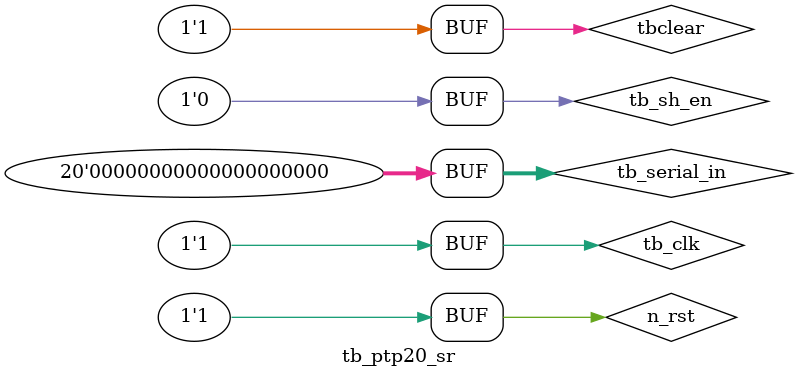
<source format=sv>

`timescale 1 ns / 10 ps
module tb_ptp20_sr (); 

   reg   tb_clk, n_rst, tbclear, tb_sh_en;
   reg [19:0] tb_serial_in;
   reg [399:0] tbo_pout;      

ptp20_sr DUT(.clk(tb_clk), .n_rst(n_rst), .clear(tbclear), .shift_enable(tb_sh_en), .serial_in(tb_serial_in), .parallel_out(tbo_pout));



always begin
tb_clk=0;
#(1.25);
tb_clk=1;
#(1.25);
end

initial begin

n_rst=1;
tbclear=0;
tb_sh_en=0;

#(2.5);//start
n_rst=0; tbclear=0; tb_sh_en=0; tb_serial_in=0;
#(2.5);
n_rst=1; tbclear=0; tb_sh_en=0; tb_serial_in=0;
#(2.5);//shifting start  1
n_rst=1; tbclear=0; tb_sh_en=1; tb_serial_in=20'b11111111111111111110;
#(2.5);
n_rst=1; tbclear=0; tb_sh_en=1; tb_serial_in=20'b11111111111111111101;
#(2.5);
n_rst=1; tbclear=0; tb_sh_en=1; tb_serial_in=20'b11111111111111111011;
#(2.5);
n_rst=1; tbclear=0; tb_sh_en=1; tb_serial_in=20'b11111111111111110111;
#(2.5); // 5
n_rst=1; tbclear=0; tb_sh_en=1; tb_serial_in=20'b11111111111111101111;
#(2.5);
n_rst=1; tbclear=0; tb_sh_en=1; tb_serial_in=20'b11111111111111011111;
#(2.5);
n_rst=1; tbclear=0; tb_sh_en=1; tb_serial_in=20'b11111111111110111111;
#(2.5);
n_rst=1; tbclear=0; tb_sh_en=1; tb_serial_in=20'b11111111111101111111;
#(2.5);
n_rst=1; tbclear=0; tb_sh_en=1; tb_serial_in=20'b11111111111011111111;
#(2.5); //10
n_rst=1; tbclear=0; tb_sh_en=1; tb_serial_in=20'b11111111110111111111;
#(2.5);
n_rst=1; tbclear=0; tb_sh_en=1; tb_serial_in=20'b11111111101111111111;
#(2.5);
n_rst=1; tbclear=0; tb_sh_en=1; tb_serial_in=20'b11111111011111111111;
#(2.5);
n_rst=1; tbclear=0; tb_sh_en=1; tb_serial_in=20'b11111110111111111111;
#(2.5);
n_rst=1; tbclear=0; tb_sh_en=1; tb_serial_in=20'b11111101111111111111;
#(2.5); //15
n_rst=1; tbclear=0; tb_sh_en=1; tb_serial_in=20'b11111011111111111111;
#(2.5);
n_rst=1; tbclear=0; tb_sh_en=1; tb_serial_in=20'b11110111111111111111;
#(2.5);
n_rst=1; tbclear=0; tb_sh_en=1; tb_serial_in=20'b11101111111111111111;
#(2.5);
n_rst=1; tbclear=0; tb_sh_en=1; tb_serial_in=20'b11011111111111111111;
#(2.5);
n_rst=1; tbclear=0; tb_sh_en=1; tb_serial_in=20'b10111111111111111111;
#(2.5); //20
n_rst=1; tbclear=0; tb_sh_en=1; tb_serial_in=20'b01111111111111111111;
#(2.5); //clearling
n_rst=1; tbclear=1; tb_sh_en=0; tb_serial_in=10'b00000000000000000000;

end

endmodule

</source>
